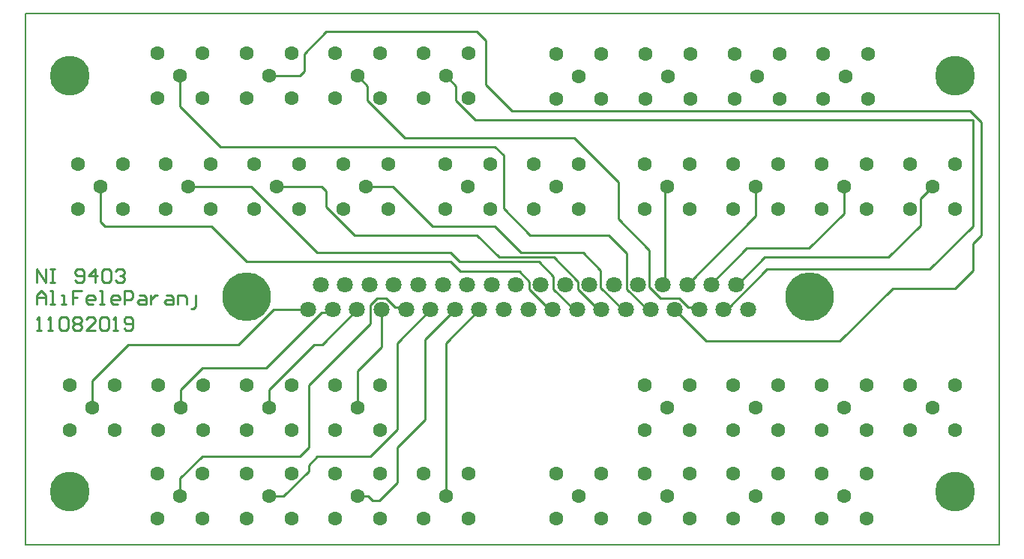
<source format=gtl>
G04*
G04 #@! TF.GenerationSoftware,Altium Limited,Altium Designer,19.1.5 (86)*
G04*
G04 Layer_Physical_Order=1*
G04 Layer_Color=255*
%FSLAX25Y25*%
%MOIN*%
G70*
G01*
G75*
%ADD10C,0.00787*%
%ADD11C,0.01000*%
%ADD16C,0.17717*%
%ADD17C,0.06299*%
%ADD18C,0.07087*%
%ADD19C,0.21654*%
D10*
X-433071Y0D02*
X0D01*
X-433071Y-236220D02*
Y0D01*
Y-236220D02*
X0D01*
Y-55118D02*
Y0D01*
Y-236220D02*
Y-173228D01*
Y-55118D01*
D11*
X-399606Y-92520D02*
Y-76772D01*
Y-92520D02*
X-397638Y-94488D01*
X-350394D01*
X-334646Y-110236D02*
X-244094D01*
X-350394Y-94488D02*
X-334646Y-110236D01*
X-209037Y-122473D02*
Y-119076D01*
X-213457Y-114656D02*
X-209037Y-119076D01*
X-239675Y-114656D02*
X-213457D01*
X-199926Y-131584D02*
X-198577D01*
X-244094Y-110236D02*
X-239675Y-114656D01*
X-209037Y-122473D02*
X-199926Y-131584D01*
X-272557Y-126541D02*
X-268678Y-130420D01*
X-276735Y-126541D02*
X-272557D01*
X-279689Y-129495D02*
X-276735Y-126541D01*
X-332677Y-76772D02*
X-303150Y-106299D01*
X-360551Y-76772D02*
X-332677D01*
X-303150Y-106299D02*
X-244094D01*
X-240094Y-110299D01*
X-204724D01*
X-198170Y-116853D01*
Y-122473D02*
Y-116853D01*
Y-122473D02*
X-189059Y-131584D01*
X-187710D01*
X-321181Y-76772D02*
X-301181D01*
X-299213Y-78740D01*
Y-85946D02*
Y-78740D01*
Y-85946D02*
X-286733Y-98425D01*
X-232283D01*
X-222410Y-108299D01*
X-198080D01*
X-187303Y-119076D01*
Y-122473D02*
Y-119076D01*
Y-122473D02*
X-178192Y-131584D01*
X-176843D01*
X-269685Y-76772D02*
X-251969Y-94488D01*
X-281811Y-76772D02*
X-269685D01*
X-251969Y-94488D02*
X-224410D01*
X-212598Y-106299D01*
X-185039D01*
X-177165Y-114173D01*
Y-121744D02*
Y-114173D01*
Y-121744D02*
X-167325Y-131584D01*
X-165976D01*
X-246063Y-214567D02*
Y-146469D01*
X-231178Y-131584D01*
X-278810Y-216535D02*
X-275591D01*
X-280779Y-214567D02*
X-278810Y-216535D01*
X-285433Y-214567D02*
X-280779D01*
X-275591Y-216535D02*
X-267717Y-208661D01*
Y-192913D01*
X-255463Y-180660D01*
Y-145002D01*
X-242045Y-131584D01*
X-307087Y-203426D02*
Y-200787D01*
X-318228Y-214567D02*
X-307087Y-203426D01*
X-324803Y-214567D02*
X-318228D01*
X-307087Y-200787D02*
X-303150Y-196850D01*
X-279528D01*
X-267717Y-185039D01*
Y-146389D01*
X-252912Y-131584D01*
X-364173Y-214567D02*
Y-206693D01*
X-354331Y-196850D01*
X-311024D01*
X-307087Y-192913D01*
Y-165354D01*
X-279689Y-137957D01*
Y-129495D01*
X-268678Y-130420D02*
X-264944D01*
X-263779Y-131584D01*
X-285276Y-175354D02*
Y-158890D01*
X-274646Y-148261D01*
Y-131584D01*
X-324646Y-175354D02*
Y-167165D01*
X-304563Y-147083D01*
X-301012D01*
X-285513Y-131584D01*
X-364016Y-175354D02*
Y-167165D01*
X-354331Y-157480D01*
X-326011D01*
X-301279Y-132749D01*
X-297545D01*
X-296380Y-131584D01*
X-403386Y-175354D02*
Y-163228D01*
X-387241Y-147083D01*
X-338312D01*
X-322813Y-131584D01*
X-307247D01*
X-364173Y-41339D02*
X-346457Y-59055D01*
X-364173Y-41339D02*
Y-27559D01*
X-346457Y-59055D02*
X-224410D01*
X-220472Y-62992D01*
Y-86614D02*
Y-62992D01*
Y-86614D02*
X-208554Y-98533D01*
X-173551D01*
X-165569Y-106514D01*
Y-122473D02*
Y-106514D01*
Y-122473D02*
X-156458Y-131584D01*
X-155109D01*
X-324803Y-27559D02*
X-311024D01*
X-324803Y-27559D02*
X-324803Y-27559D01*
X-311024D02*
X-309055Y-25591D01*
Y-17717D01*
X-299213Y-7874D01*
X-232283D01*
X-228346Y-11811D01*
Y-31496D02*
Y-11811D01*
Y-31496D02*
X-216535Y-43307D01*
X-241519Y-38679D02*
X-232953Y-47244D01*
X-11811D01*
X-241519Y-38679D02*
Y-32103D01*
X-246063Y-27559D02*
X-241519Y-32103D01*
X-216535Y-43307D02*
X-12920D01*
X-7874Y-48353D01*
Y-98425D02*
Y-48353D01*
X-11811Y-102362D02*
X-7874Y-98425D01*
X-11811Y-114173D02*
Y-102362D01*
X-19685Y-122047D02*
X-11811Y-114173D01*
X-47244Y-122047D02*
X-19685D01*
X-70866Y-145669D02*
X-47244Y-122047D01*
X-130157Y-145669D02*
X-70866D01*
X-103199Y-113657D02*
X-30980D01*
X-121126Y-131584D02*
X-103199Y-113657D01*
X-30980D02*
X-11811Y-94488D01*
X-122508Y-131584D02*
X-121126D01*
X-144242D02*
X-130157Y-145669D01*
X-11811Y-94488D02*
Y-47244D01*
X-150635Y-126541D02*
X-142153D01*
X-155483Y-121693D02*
X-150635Y-126541D01*
X-155483Y-121693D02*
Y-105152D01*
X-264449Y-55118D02*
X-188976D01*
X-280889Y-38679D02*
X-264449Y-55118D01*
X-280889Y-38679D02*
Y-32103D01*
X-285433Y-27559D02*
X-280889Y-32103D01*
X-188976Y-55118D02*
X-169291Y-74803D01*
Y-91344D02*
Y-74803D01*
Y-91344D02*
X-155483Y-105152D01*
X-142153Y-126541D02*
X-138274Y-130420D01*
X-134540D01*
X-133375Y-131584D01*
X-149659Y-120384D02*
X-148727Y-119452D01*
Y-77861D01*
X-147795Y-76929D01*
X-138792Y-120384D02*
X-108425Y-90017D01*
Y-76929D01*
X-127925Y-120384D02*
Y-120051D01*
X-112205Y-104331D01*
X-84646D01*
X-69055Y-88740D01*
Y-76929D01*
X-117058Y-120384D02*
X-116447D01*
X-104331Y-108268D01*
X-49213D01*
X-35035Y-94090D01*
Y-82279D01*
X-29685Y-76929D01*
X-428134Y-119538D02*
Y-113540D01*
X-424135Y-119538D01*
Y-113540D01*
X-422136D02*
X-420136D01*
X-421136D01*
Y-119538D01*
X-422136D01*
X-420136D01*
X-411139Y-118538D02*
X-410140Y-119538D01*
X-408140D01*
X-407141Y-118538D01*
Y-114539D01*
X-408140Y-113540D01*
X-410140D01*
X-411139Y-114539D01*
Y-115539D01*
X-410140Y-116539D01*
X-407141D01*
X-402142Y-119538D02*
Y-113540D01*
X-405141Y-116539D01*
X-401143D01*
X-399143Y-114539D02*
X-398144Y-113540D01*
X-396144D01*
X-395145Y-114539D01*
Y-118538D01*
X-396144Y-119538D01*
X-398144D01*
X-399143Y-118538D01*
Y-114539D01*
X-393145D02*
X-392145Y-113540D01*
X-390146D01*
X-389146Y-114539D01*
Y-115539D01*
X-390146Y-116539D01*
X-391146D01*
X-390146D01*
X-389146Y-117538D01*
Y-118538D01*
X-390146Y-119538D01*
X-392145D01*
X-393145Y-118538D01*
X-428134Y-129135D02*
Y-125136D01*
X-426134Y-123137D01*
X-424135Y-125136D01*
Y-129135D01*
Y-126136D01*
X-428134D01*
X-422136Y-129135D02*
X-420136D01*
X-421136D01*
Y-123137D01*
X-422136D01*
X-417137Y-129135D02*
X-415138D01*
X-416138D01*
Y-125136D01*
X-417137D01*
X-408140Y-123137D02*
X-412139D01*
Y-126136D01*
X-410140D01*
X-412139D01*
Y-129135D01*
X-403142D02*
X-405141D01*
X-406141Y-128136D01*
Y-126136D01*
X-405141Y-125136D01*
X-403142D01*
X-402142Y-126136D01*
Y-127136D01*
X-406141D01*
X-400143Y-129135D02*
X-398144D01*
X-399143D01*
Y-123137D01*
X-400143D01*
X-392145Y-129135D02*
X-394145D01*
X-395145Y-128136D01*
Y-126136D01*
X-394145Y-125136D01*
X-392145D01*
X-391146Y-126136D01*
Y-127136D01*
X-395145D01*
X-389146Y-129135D02*
Y-123137D01*
X-386147D01*
X-385148Y-124137D01*
Y-126136D01*
X-386147Y-127136D01*
X-389146D01*
X-382149Y-125136D02*
X-380149D01*
X-379150Y-126136D01*
Y-129135D01*
X-382149D01*
X-383148Y-128136D01*
X-382149Y-127136D01*
X-379150D01*
X-377150Y-125136D02*
Y-129135D01*
Y-127136D01*
X-376151Y-126136D01*
X-375151Y-125136D01*
X-374151D01*
X-370153D02*
X-368153D01*
X-367154Y-126136D01*
Y-129135D01*
X-370153D01*
X-371152Y-128136D01*
X-370153Y-127136D01*
X-367154D01*
X-365154Y-129135D02*
Y-125136D01*
X-362155D01*
X-361156Y-126136D01*
Y-129135D01*
X-359156Y-131135D02*
X-358156D01*
X-357157Y-130135D01*
Y-125136D01*
X-428134Y-140732D02*
X-426134D01*
X-427134D01*
Y-134734D01*
X-428134Y-135734D01*
X-423136Y-140732D02*
X-421136D01*
X-422136D01*
Y-134734D01*
X-423136Y-135734D01*
X-418137D02*
X-417137Y-134734D01*
X-415138D01*
X-414138Y-135734D01*
Y-139733D01*
X-415138Y-140732D01*
X-417137D01*
X-418137Y-139733D01*
Y-135734D01*
X-412139D02*
X-411139Y-134734D01*
X-409140D01*
X-408140Y-135734D01*
Y-136733D01*
X-409140Y-137733D01*
X-408140Y-138733D01*
Y-139733D01*
X-409140Y-140732D01*
X-411139D01*
X-412139Y-139733D01*
Y-138733D01*
X-411139Y-137733D01*
X-412139Y-136733D01*
Y-135734D01*
X-411139Y-137733D02*
X-409140D01*
X-402142Y-140732D02*
X-406141D01*
X-402142Y-136733D01*
Y-135734D01*
X-403142Y-134734D01*
X-405141D01*
X-406141Y-135734D01*
X-400143D02*
X-399143Y-134734D01*
X-397144D01*
X-396144Y-135734D01*
Y-139733D01*
X-397144Y-140732D01*
X-399143D01*
X-400143Y-139733D01*
Y-135734D01*
X-394145Y-140732D02*
X-392145D01*
X-393145D01*
Y-134734D01*
X-394145Y-135734D01*
X-389146Y-139733D02*
X-388147Y-140732D01*
X-386147D01*
X-385148Y-139733D01*
Y-135734D01*
X-386147Y-134734D01*
X-388147D01*
X-389146Y-135734D01*
Y-136733D01*
X-388147Y-137733D01*
X-385148D01*
D16*
X-413386Y-27559D02*
D03*
Y-212598D02*
D03*
X-19685Y-27559D02*
D03*
Y-212598D02*
D03*
D17*
X-236063Y-204567D02*
D03*
Y-224567D02*
D03*
X-256063D02*
D03*
Y-204567D02*
D03*
X-246063Y-214567D02*
D03*
X-108425Y-175354D02*
D03*
X-118425Y-165354D02*
D03*
Y-185354D02*
D03*
X-98425D02*
D03*
Y-165354D02*
D03*
X-68425Y-27716D02*
D03*
X-78425Y-17716D02*
D03*
Y-37716D02*
D03*
X-58425D02*
D03*
Y-17716D02*
D03*
X-68898Y-214567D02*
D03*
X-78898Y-204567D02*
D03*
Y-224567D02*
D03*
X-58898D02*
D03*
Y-204567D02*
D03*
X-108268Y-214567D02*
D03*
X-118268Y-204567D02*
D03*
Y-224567D02*
D03*
X-98268D02*
D03*
Y-204567D02*
D03*
X-147638Y-214567D02*
D03*
X-157638Y-204567D02*
D03*
Y-224567D02*
D03*
X-137638D02*
D03*
Y-204567D02*
D03*
X-187008Y-214567D02*
D03*
X-197008Y-204567D02*
D03*
Y-224567D02*
D03*
X-177008D02*
D03*
Y-204567D02*
D03*
X-285433Y-214567D02*
D03*
X-295433Y-204567D02*
D03*
Y-224567D02*
D03*
X-275433D02*
D03*
Y-204567D02*
D03*
X-324803Y-214567D02*
D03*
X-334803Y-204567D02*
D03*
Y-224567D02*
D03*
X-314803D02*
D03*
Y-204567D02*
D03*
X-364173Y-214567D02*
D03*
X-374173Y-204567D02*
D03*
Y-224567D02*
D03*
X-354173D02*
D03*
Y-204567D02*
D03*
X-246063Y-27559D02*
D03*
X-256063Y-17559D02*
D03*
Y-37559D02*
D03*
X-236063D02*
D03*
Y-17559D02*
D03*
X-285433Y-27559D02*
D03*
X-295433Y-17559D02*
D03*
Y-37559D02*
D03*
X-275433D02*
D03*
Y-17559D02*
D03*
X-275276Y-165354D02*
D03*
Y-185354D02*
D03*
X-295276D02*
D03*
Y-165354D02*
D03*
X-285276Y-175354D02*
D03*
X-314646Y-165354D02*
D03*
Y-185354D02*
D03*
X-334646D02*
D03*
Y-165354D02*
D03*
X-324646Y-175354D02*
D03*
X-354016Y-165354D02*
D03*
Y-185354D02*
D03*
X-374016D02*
D03*
Y-165354D02*
D03*
X-364016Y-175354D02*
D03*
X-393386Y-165354D02*
D03*
Y-185354D02*
D03*
X-413386D02*
D03*
Y-165354D02*
D03*
X-403386Y-175354D02*
D03*
X-271811Y-66772D02*
D03*
Y-86772D02*
D03*
X-291811D02*
D03*
Y-66772D02*
D03*
X-281811Y-76772D02*
D03*
X-311181Y-66772D02*
D03*
Y-86772D02*
D03*
X-331181D02*
D03*
Y-66772D02*
D03*
X-321181Y-76772D02*
D03*
X-350551Y-66772D02*
D03*
Y-86772D02*
D03*
X-370551D02*
D03*
Y-66772D02*
D03*
X-360551Y-76772D02*
D03*
X-389606Y-66772D02*
D03*
Y-86772D02*
D03*
X-409606D02*
D03*
Y-66772D02*
D03*
X-399606Y-76772D02*
D03*
X-314803Y-17559D02*
D03*
Y-37559D02*
D03*
X-334803D02*
D03*
Y-17559D02*
D03*
X-324803Y-27559D02*
D03*
X-354173Y-17559D02*
D03*
Y-37559D02*
D03*
X-374173D02*
D03*
Y-17559D02*
D03*
X-364173Y-27559D02*
D03*
X-19685Y-165354D02*
D03*
Y-185354D02*
D03*
X-39685D02*
D03*
Y-165354D02*
D03*
X-29685Y-175354D02*
D03*
X-59055Y-165354D02*
D03*
Y-185354D02*
D03*
X-79055D02*
D03*
Y-165354D02*
D03*
X-69055Y-175354D02*
D03*
X-137795Y-165354D02*
D03*
Y-185354D02*
D03*
X-157796D02*
D03*
Y-165354D02*
D03*
X-147795Y-175354D02*
D03*
X-97795Y-18031D02*
D03*
Y-38031D02*
D03*
X-117795D02*
D03*
Y-18031D02*
D03*
X-107795Y-28031D02*
D03*
X-137480Y-18031D02*
D03*
Y-38031D02*
D03*
X-157480D02*
D03*
Y-18031D02*
D03*
X-147480Y-28031D02*
D03*
X-176850Y-17716D02*
D03*
Y-37716D02*
D03*
X-196850D02*
D03*
Y-17716D02*
D03*
X-186850Y-27716D02*
D03*
X-19685Y-66929D02*
D03*
Y-86929D02*
D03*
X-39685D02*
D03*
Y-66929D02*
D03*
X-29685Y-76929D02*
D03*
X-59055Y-66929D02*
D03*
Y-86929D02*
D03*
X-79055D02*
D03*
Y-66929D02*
D03*
X-69055Y-76929D02*
D03*
X-98425Y-66929D02*
D03*
Y-86929D02*
D03*
X-118425D02*
D03*
Y-66929D02*
D03*
X-108425Y-76929D02*
D03*
X-137795Y-66929D02*
D03*
Y-86929D02*
D03*
X-157796D02*
D03*
Y-66929D02*
D03*
X-147795Y-76929D02*
D03*
X-226220Y-66772D02*
D03*
Y-86772D02*
D03*
X-246220D02*
D03*
Y-66772D02*
D03*
X-236221Y-76772D02*
D03*
X-186850Y-66772D02*
D03*
Y-86772D02*
D03*
X-206850D02*
D03*
Y-66772D02*
D03*
X-196850Y-76772D02*
D03*
D18*
X-149659Y-120384D02*
D03*
X-160526D02*
D03*
X-171393D02*
D03*
X-182260D02*
D03*
X-193127D02*
D03*
X-203994D02*
D03*
X-214861D02*
D03*
X-225728D02*
D03*
X-236595D02*
D03*
X-247462D02*
D03*
X-258329D02*
D03*
X-269196D02*
D03*
X-144242Y-131584D02*
D03*
X-155109D02*
D03*
X-165976D02*
D03*
X-176843D02*
D03*
X-187710D02*
D03*
X-198577D02*
D03*
X-209444D02*
D03*
X-220311D02*
D03*
X-231178D02*
D03*
X-242045D02*
D03*
X-252912D02*
D03*
X-263779D02*
D03*
X-274646D02*
D03*
X-133375D02*
D03*
X-122508D02*
D03*
X-111641D02*
D03*
X-138792Y-120384D02*
D03*
X-127925D02*
D03*
X-117058D02*
D03*
X-307247Y-131584D02*
D03*
X-296380D02*
D03*
X-285513D02*
D03*
X-301797Y-120384D02*
D03*
X-290930D02*
D03*
X-280063D02*
D03*
D19*
X-334646Y-125984D02*
D03*
X-84247D02*
D03*
M02*

</source>
